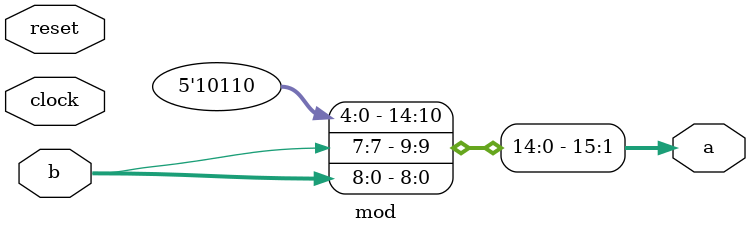
<source format=v>
module mod(clock,reset,b,a);
	input clock;
	input reset;

	input [8:0]b;
	output [19:0]a;

	assign a[10] = b[7];
	assign a[9:1] = b;
	assign a[12:11] = 2'b10;
	assign a[15:13] = 5;
	endmodule

</source>
